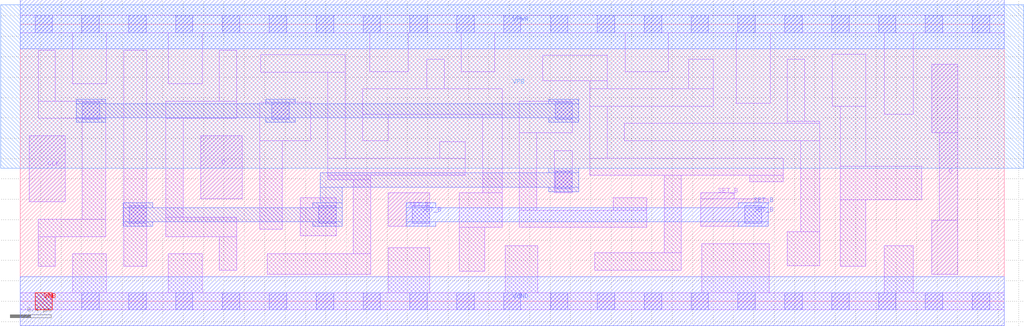
<source format=lef>
# Copyright 2020 The SkyWater PDK Authors
#
# Licensed under the Apache License, Version 2.0 (the "License");
# you may not use this file except in compliance with the License.
# You may obtain a copy of the License at
#
#     https://www.apache.org/licenses/LICENSE-2.0
#
# Unless required by applicable law or agreed to in writing, software
# distributed under the License is distributed on an "AS IS" BASIS,
# WITHOUT WARRANTIES OR CONDITIONS OF ANY KIND, either express or implied.
# See the License for the specific language governing permissions and
# limitations under the License.
#
# SPDX-License-Identifier: Apache-2.0

VERSION 5.7 ;
  NOWIREEXTENSIONATPIN ON ;
  DIVIDERCHAR "/" ;
  BUSBITCHARS "[]" ;
MACRO sky130_fd_sc_hd__dfstp_1
  CLASS CORE ;
  FOREIGN sky130_fd_sc_hd__dfstp_1 ;
  ORIGIN  0.000000  0.000000 ;
  SIZE  9.660000 BY  2.720000 ;
  SYMMETRY X Y R90 ;
  SITE unithd ;
  PIN D
    ANTENNAGATEAREA  0.222000 ;
    DIRECTION INPUT ;
    USE SIGNAL ;
    PORT
      LAYER li1 ;
        RECT 1.770000 1.005000 2.180000 1.625000 ;
    END
  END D
  PIN Q
    ANTENNADIFFAREA  0.429000 ;
    DIRECTION OUTPUT ;
    USE SIGNAL ;
    PORT
      LAYER li1 ;
        RECT 8.945000 0.265000 9.200000 0.795000 ;
        RECT 8.945000 1.655000 9.200000 2.325000 ;
        RECT 9.020000 0.795000 9.200000 1.655000 ;
    END
  END Q
  PIN SET_B
    ANTENNAGATEAREA  0.252000 ;
    DIRECTION INPUT ;
    USE SIGNAL ;
    PORT
      LAYER li1 ;
        RECT 3.610000 0.735000 4.020000 1.065000 ;
      LAYER mcon ;
        RECT 3.850000 0.765000 4.020000 0.935000 ;
    END
    PORT
      LAYER li1 ;
        RECT 6.680000 0.735000 7.340000 1.005000 ;
        RECT 6.680000 1.005000 7.010000 1.065000 ;
      LAYER mcon ;
        RECT 7.110000 0.765000 7.280000 0.935000 ;
    END
    PORT
      LAYER met1 ;
        RECT 3.790000 0.735000 4.080000 0.780000 ;
        RECT 3.790000 0.780000 7.340000 0.920000 ;
        RECT 3.790000 0.920000 4.080000 0.965000 ;
        RECT 7.050000 0.735000 7.340000 0.780000 ;
        RECT 7.050000 0.920000 7.340000 0.965000 ;
    END
  END SET_B
  PIN CLK
    ANTENNAGATEAREA  0.159000 ;
    DIRECTION INPUT ;
    USE CLOCK ;
    PORT
      LAYER li1 ;
        RECT 0.090000 0.975000 0.440000 1.625000 ;
    END
  END CLK
  PIN VGND
    DIRECTION INOUT ;
    SHAPE ABUTMENT ;
    USE GROUND ;
    PORT
      LAYER met1 ;
        RECT 0.000000 -0.240000 9.660000 0.240000 ;
    END
  END VGND
  PIN VNB
    DIRECTION INOUT ;
    USE GROUND ;
    PORT
      LAYER pwell ;
        RECT 0.145000 -0.085000 0.315000 0.085000 ;
    END
  END VNB
  PIN VPB
    DIRECTION INOUT ;
    USE POWER ;
    PORT
      LAYER nwell ;
        RECT -0.190000 1.305000 9.850000 2.910000 ;
    END
  END VPB
  PIN VPWR
    DIRECTION INOUT ;
    SHAPE ABUTMENT ;
    USE POWER ;
    PORT
      LAYER met1 ;
        RECT 0.000000 2.480000 9.660000 2.960000 ;
    END
  END VPWR
  OBS
    LAYER li1 ;
      RECT 0.000000 -0.085000 9.660000 0.085000 ;
      RECT 0.000000  2.635000 9.660000 2.805000 ;
      RECT 0.175000  0.345000 0.345000 0.635000 ;
      RECT 0.175000  0.635000 0.840000 0.805000 ;
      RECT 0.175000  1.795000 0.840000 1.965000 ;
      RECT 0.175000  1.965000 0.345000 2.465000 ;
      RECT 0.515000  0.085000 0.845000 0.465000 ;
      RECT 0.515000  2.135000 0.845000 2.635000 ;
      RECT 0.610000  0.805000 0.840000 1.795000 ;
      RECT 1.015000  0.345000 1.240000 2.465000 ;
      RECT 1.430000  0.635000 2.125000 0.825000 ;
      RECT 1.430000  0.825000 1.600000 1.795000 ;
      RECT 1.430000  1.795000 2.125000 1.965000 ;
      RECT 1.455000  0.085000 1.785000 0.465000 ;
      RECT 1.455000  2.135000 1.785000 2.635000 ;
      RECT 1.955000  0.305000 2.125000 0.635000 ;
      RECT 1.955000  1.965000 2.125000 2.465000 ;
      RECT 2.350000  0.705000 2.570000 1.575000 ;
      RECT 2.350000  1.575000 2.850000 1.955000 ;
      RECT 2.360000  2.250000 3.190000 2.420000 ;
      RECT 2.425000  0.265000 3.440000 0.465000 ;
      RECT 2.750000  0.645000 3.100000 1.015000 ;
      RECT 3.020000  1.195000 3.440000 1.235000 ;
      RECT 3.020000  1.235000 4.370000 1.405000 ;
      RECT 3.020000  1.405000 3.190000 2.250000 ;
      RECT 3.270000  0.465000 3.440000 1.195000 ;
      RECT 3.360000  1.575000 3.610000 1.835000 ;
      RECT 3.360000  1.835000 4.730000 2.085000 ;
      RECT 3.430000  2.255000 3.810000 2.635000 ;
      RECT 3.610000  0.085000 4.020000 0.525000 ;
      RECT 3.990000  2.085000 4.160000 2.375000 ;
      RECT 4.120000  1.405000 4.370000 1.565000 ;
      RECT 4.310000  0.295000 4.560000 0.725000 ;
      RECT 4.310000  0.725000 4.730000 1.065000 ;
      RECT 4.330000  2.255000 4.660000 2.635000 ;
      RECT 4.540000  1.065000 4.730000 1.835000 ;
      RECT 4.760000  0.085000 5.080000 0.545000 ;
      RECT 4.900000  0.725000 6.150000 0.895000 ;
      RECT 4.900000  0.895000 5.070000 1.655000 ;
      RECT 4.900000  1.655000 5.420000 1.965000 ;
      RECT 5.130000  2.165000 5.760000 2.415000 ;
      RECT 5.240000  1.065000 5.420000 1.475000 ;
      RECT 5.590000  1.235000 7.490000 1.405000 ;
      RECT 5.590000  1.405000 5.760000 1.915000 ;
      RECT 5.590000  1.915000 6.800000 2.085000 ;
      RECT 5.590000  2.085000 5.760000 2.165000 ;
      RECT 5.640000  0.305000 6.490000 0.475000 ;
      RECT 5.820000  0.895000 6.150000 1.015000 ;
      RECT 5.930000  1.575000 7.850000 1.745000 ;
      RECT 5.940000  2.255000 6.360000 2.635000 ;
      RECT 6.320000  0.475000 6.490000 1.235000 ;
      RECT 6.560000  2.085000 6.800000 2.375000 ;
      RECT 6.690000  0.085000 7.350000 0.565000 ;
      RECT 7.030000  1.945000 7.360000 2.635000 ;
      RECT 7.160000  1.175000 7.490000 1.235000 ;
      RECT 7.530000  0.350000 7.850000 0.680000 ;
      RECT 7.530000  1.745000 7.850000 1.765000 ;
      RECT 7.530000  1.765000 7.700000 2.375000 ;
      RECT 7.660000  0.680000 7.850000 1.575000 ;
      RECT 7.970000  1.915000 8.300000 2.425000 ;
      RECT 8.050000  0.345000 8.300000 0.995000 ;
      RECT 8.050000  0.995000 8.850000 1.325000 ;
      RECT 8.050000  1.325000 8.300000 1.915000 ;
      RECT 8.480000  0.085000 8.765000 0.545000 ;
      RECT 8.480000  1.835000 8.765000 2.635000 ;
    LAYER mcon ;
      RECT 0.145000 -0.085000 0.315000 0.085000 ;
      RECT 0.145000  2.635000 0.315000 2.805000 ;
      RECT 0.605000 -0.085000 0.775000 0.085000 ;
      RECT 0.605000  2.635000 0.775000 2.805000 ;
      RECT 0.610000  1.785000 0.780000 1.955000 ;
      RECT 1.065000 -0.085000 1.235000 0.085000 ;
      RECT 1.065000  2.635000 1.235000 2.805000 ;
      RECT 1.070000  0.765000 1.240000 0.935000 ;
      RECT 1.525000 -0.085000 1.695000 0.085000 ;
      RECT 1.525000  2.635000 1.695000 2.805000 ;
      RECT 1.985000 -0.085000 2.155000 0.085000 ;
      RECT 1.985000  2.635000 2.155000 2.805000 ;
      RECT 2.445000 -0.085000 2.615000 0.085000 ;
      RECT 2.445000  2.635000 2.615000 2.805000 ;
      RECT 2.470000  1.785000 2.640000 1.955000 ;
      RECT 2.905000 -0.085000 3.075000 0.085000 ;
      RECT 2.905000  2.635000 3.075000 2.805000 ;
      RECT 2.930000  0.765000 3.100000 0.935000 ;
      RECT 3.365000 -0.085000 3.535000 0.085000 ;
      RECT 3.365000  2.635000 3.535000 2.805000 ;
      RECT 3.825000 -0.085000 3.995000 0.085000 ;
      RECT 3.825000  2.635000 3.995000 2.805000 ;
      RECT 4.285000 -0.085000 4.455000 0.085000 ;
      RECT 4.285000  2.635000 4.455000 2.805000 ;
      RECT 4.745000 -0.085000 4.915000 0.085000 ;
      RECT 4.745000  2.635000 4.915000 2.805000 ;
      RECT 5.205000 -0.085000 5.375000 0.085000 ;
      RECT 5.205000  2.635000 5.375000 2.805000 ;
      RECT 5.250000  1.105000 5.420000 1.275000 ;
      RECT 5.250000  1.785000 5.420000 1.955000 ;
      RECT 5.665000 -0.085000 5.835000 0.085000 ;
      RECT 5.665000  2.635000 5.835000 2.805000 ;
      RECT 6.125000 -0.085000 6.295000 0.085000 ;
      RECT 6.125000  2.635000 6.295000 2.805000 ;
      RECT 6.585000 -0.085000 6.755000 0.085000 ;
      RECT 6.585000  2.635000 6.755000 2.805000 ;
      RECT 7.045000 -0.085000 7.215000 0.085000 ;
      RECT 7.045000  2.635000 7.215000 2.805000 ;
      RECT 7.505000 -0.085000 7.675000 0.085000 ;
      RECT 7.505000  2.635000 7.675000 2.805000 ;
      RECT 7.965000 -0.085000 8.135000 0.085000 ;
      RECT 7.965000  2.635000 8.135000 2.805000 ;
      RECT 8.425000 -0.085000 8.595000 0.085000 ;
      RECT 8.425000  2.635000 8.595000 2.805000 ;
      RECT 8.885000 -0.085000 9.055000 0.085000 ;
      RECT 8.885000  2.635000 9.055000 2.805000 ;
      RECT 9.345000 -0.085000 9.515000 0.085000 ;
      RECT 9.345000  2.635000 9.515000 2.805000 ;
    LAYER met1 ;
      RECT 0.550000 1.755000 0.840000 1.800000 ;
      RECT 0.550000 1.800000 5.480000 1.940000 ;
      RECT 0.550000 1.940000 0.840000 1.985000 ;
      RECT 1.010000 0.735000 1.300000 0.780000 ;
      RECT 1.010000 0.780000 3.160000 0.920000 ;
      RECT 1.010000 0.920000 1.300000 0.965000 ;
      RECT 2.410000 1.755000 2.700000 1.800000 ;
      RECT 2.410000 1.940000 2.700000 1.985000 ;
      RECT 2.870000 0.735000 3.160000 0.780000 ;
      RECT 2.870000 0.920000 3.160000 0.965000 ;
      RECT 2.945000 0.965000 3.160000 1.120000 ;
      RECT 2.945000 1.120000 5.480000 1.260000 ;
      RECT 5.190000 1.075000 5.480000 1.120000 ;
      RECT 5.190000 1.260000 5.480000 1.305000 ;
      RECT 5.190000 1.755000 5.480000 1.800000 ;
      RECT 5.190000 1.940000 5.480000 1.985000 ;
  END
END sky130_fd_sc_hd__dfstp_1
END LIBRARY

</source>
